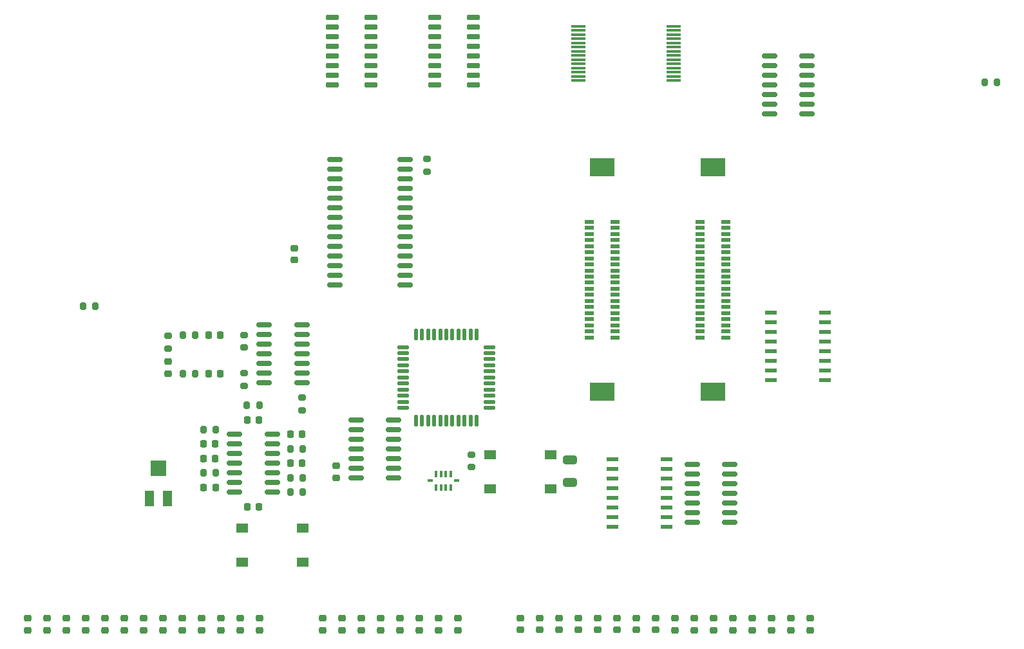
<source format=gbr>
%TF.GenerationSoftware,KiCad,Pcbnew,7.0.9*%
%TF.CreationDate,2023-11-28T19:04:43+01:00*%
%TF.ProjectId,z80,7a38302e-6b69-4636-9164-5f7063625858,1.0*%
%TF.SameCoordinates,Original*%
%TF.FileFunction,Paste,Top*%
%TF.FilePolarity,Positive*%
%FSLAX46Y46*%
G04 Gerber Fmt 4.6, Leading zero omitted, Abs format (unit mm)*
G04 Created by KiCad (PCBNEW 7.0.9) date 2023-11-28 19:04:43*
%MOMM*%
%LPD*%
G01*
G04 APERTURE LIST*
G04 Aperture macros list*
%AMRoundRect*
0 Rectangle with rounded corners*
0 $1 Rounding radius*
0 $2 $3 $4 $5 $6 $7 $8 $9 X,Y pos of 4 corners*
0 Add a 4 corners polygon primitive as box body*
4,1,4,$2,$3,$4,$5,$6,$7,$8,$9,$2,$3,0*
0 Add four circle primitives for the rounded corners*
1,1,$1+$1,$2,$3*
1,1,$1+$1,$4,$5*
1,1,$1+$1,$6,$7*
1,1,$1+$1,$8,$9*
0 Add four rect primitives between the rounded corners*
20,1,$1+$1,$2,$3,$4,$5,0*
20,1,$1+$1,$4,$5,$6,$7,0*
20,1,$1+$1,$6,$7,$8,$9,0*
20,1,$1+$1,$8,$9,$2,$3,0*%
G04 Aperture macros list end*
%ADD10RoundRect,0.200000X-0.200000X-0.275000X0.200000X-0.275000X0.200000X0.275000X-0.200000X0.275000X0*%
%ADD11R,1.550000X1.300000*%
%ADD12RoundRect,0.225000X0.225000X0.250000X-0.225000X0.250000X-0.225000X-0.250000X0.225000X-0.250000X0*%
%ADD13RoundRect,0.218750X0.256250X-0.218750X0.256250X0.218750X-0.256250X0.218750X-0.256250X-0.218750X0*%
%ADD14RoundRect,0.218750X-0.218750X-0.256250X0.218750X-0.256250X0.218750X0.256250X-0.218750X0.256250X0*%
%ADD15RoundRect,0.200000X0.275000X-0.200000X0.275000X0.200000X-0.275000X0.200000X-0.275000X-0.200000X0*%
%ADD16RoundRect,0.137500X-0.600000X-0.137500X0.600000X-0.137500X0.600000X0.137500X-0.600000X0.137500X0*%
%ADD17RoundRect,0.137500X-0.137500X-0.600000X0.137500X-0.600000X0.137500X0.600000X-0.137500X0.600000X0*%
%ADD18R,1.500000X0.600000*%
%ADD19RoundRect,0.200000X-0.275000X0.200000X-0.275000X-0.200000X0.275000X-0.200000X0.275000X0.200000X0*%
%ADD20RoundRect,0.150000X-0.825000X-0.150000X0.825000X-0.150000X0.825000X0.150000X-0.825000X0.150000X0*%
%ADD21R,1.200000X0.500000*%
%ADD22R,3.200000X2.450000*%
%ADD23RoundRect,0.200000X0.200000X0.275000X-0.200000X0.275000X-0.200000X-0.275000X0.200000X-0.275000X0*%
%ADD24R,1.870000X0.380000*%
%ADD25RoundRect,0.150000X-0.875000X-0.150000X0.875000X-0.150000X0.875000X0.150000X-0.875000X0.150000X0*%
%ADD26RoundRect,0.225000X-0.225000X-0.250000X0.225000X-0.250000X0.225000X0.250000X-0.225000X0.250000X0*%
%ADD27RoundRect,0.250000X0.650000X-0.325000X0.650000X0.325000X-0.650000X0.325000X-0.650000X-0.325000X0*%
%ADD28RoundRect,0.218750X0.218750X0.256250X-0.218750X0.256250X-0.218750X-0.256250X0.218750X-0.256250X0*%
%ADD29R,1.300000X2.000000*%
%ADD30R,2.000000X2.000000*%
%ADD31R,0.735600X0.458800*%
%ADD32R,0.306400X0.888000*%
%ADD33RoundRect,0.218750X-0.256250X0.218750X-0.256250X-0.218750X0.256250X-0.218750X0.256250X0.218750X0*%
%ADD34RoundRect,0.225000X-0.250000X0.225000X-0.250000X-0.225000X0.250000X-0.225000X0.250000X0.225000X0*%
%ADD35RoundRect,0.150000X-0.725000X-0.150000X0.725000X-0.150000X0.725000X0.150000X-0.725000X0.150000X0*%
G04 APERTURE END LIST*
D10*
%TO.C,R6*%
X112065000Y-92710000D03*
X113715000Y-92710000D03*
%TD*%
D11*
%TO.C,SW1*%
X125133000Y-110200000D03*
X117183000Y-110200000D03*
X125133000Y-105700000D03*
X117183000Y-105700000D03*
%TD*%
D12*
%TO.C,C7*%
X125095000Y-93345000D03*
X123545000Y-93345000D03*
%TD*%
D13*
%TO.C,D46*%
X184277000Y-119126000D03*
X184277000Y-117551000D03*
%TD*%
D14*
%TO.C,D2*%
X112750500Y-80264000D03*
X114325500Y-80264000D03*
%TD*%
D13*
%TO.C,D17*%
X137922000Y-119126000D03*
X137922000Y-117551000D03*
%TD*%
%TO.C,D33*%
X119507000Y-119126000D03*
X119507000Y-117551000D03*
%TD*%
%TO.C,D15*%
X132842000Y-119126000D03*
X132842000Y-117551000D03*
%TD*%
%TO.C,D36*%
X158877000Y-119088500D03*
X158877000Y-117513500D03*
%TD*%
D10*
%TO.C,R11*%
X112065000Y-98425000D03*
X113715000Y-98425000D03*
%TD*%
D13*
%TO.C,D27*%
X104267000Y-119126000D03*
X104267000Y-117551000D03*
%TD*%
%TO.C,D14*%
X130302000Y-119126000D03*
X130302000Y-117551000D03*
%TD*%
D15*
%TO.C,R13*%
X125095000Y-90170000D03*
X125095000Y-88520000D03*
%TD*%
D16*
%TO.C,CPU1*%
X138355500Y-81852000D03*
X138355500Y-82652000D03*
X138355500Y-83452000D03*
X138355500Y-84252000D03*
X138355500Y-85052000D03*
X138355500Y-85852000D03*
X138355500Y-86652000D03*
X138355500Y-87452000D03*
X138355500Y-88252000D03*
X138355500Y-89052000D03*
X138355500Y-89852000D03*
D17*
X140018000Y-91514500D03*
X140818000Y-91514500D03*
X141618000Y-91514500D03*
X142418000Y-91514500D03*
X143218000Y-91514500D03*
X144018000Y-91514500D03*
X144818000Y-91514500D03*
X145618000Y-91514500D03*
X146418000Y-91514500D03*
X147218000Y-91514500D03*
X148018000Y-91514500D03*
D16*
X149680500Y-89852000D03*
X149680500Y-89052000D03*
X149680500Y-88252000D03*
X149680500Y-87452000D03*
X149680500Y-86652000D03*
X149680500Y-85852000D03*
X149680500Y-85052000D03*
X149680500Y-84252000D03*
X149680500Y-83452000D03*
X149680500Y-82652000D03*
X149680500Y-81852000D03*
D17*
X148018000Y-80189500D03*
X147218000Y-80189500D03*
X146418000Y-80189500D03*
X145618000Y-80189500D03*
X144818000Y-80189500D03*
X144018000Y-80189500D03*
X143218000Y-80189500D03*
X142418000Y-80189500D03*
X141618000Y-80189500D03*
X140818000Y-80189500D03*
X140018000Y-80189500D03*
%TD*%
D13*
%TO.C,D28*%
X106807000Y-119126000D03*
X106807000Y-117551000D03*
%TD*%
%TO.C,D13*%
X127762000Y-119126000D03*
X127762000Y-117551000D03*
%TD*%
%TO.C,D30*%
X111887000Y-119126000D03*
X111887000Y-117551000D03*
%TD*%
D18*
%TO.C,U5*%
X186696000Y-77343000D03*
X186696000Y-78613000D03*
X186696000Y-79883000D03*
X186696000Y-81153000D03*
X186696000Y-82423000D03*
X186696000Y-83693000D03*
X186696000Y-84963000D03*
X186696000Y-86233000D03*
X193796000Y-86233000D03*
X193796000Y-84963000D03*
X193796000Y-83693000D03*
X193796000Y-82423000D03*
X193796000Y-81153000D03*
X193796000Y-79883000D03*
X193796000Y-78613000D03*
X193796000Y-77343000D03*
%TD*%
D13*
%TO.C,D25*%
X99187000Y-119126000D03*
X99187000Y-117551000D03*
%TD*%
%TO.C,D47*%
X186817000Y-119126000D03*
X186817000Y-117551000D03*
%TD*%
D15*
%TO.C,R14*%
X107442000Y-82054000D03*
X107442000Y-80404000D03*
%TD*%
D11*
%TO.C,SW3*%
X157734000Y-100512000D03*
X149784000Y-100512000D03*
X157734000Y-96012000D03*
X149784000Y-96012000D03*
%TD*%
D13*
%TO.C,D37*%
X161417000Y-119088500D03*
X161417000Y-117513500D03*
%TD*%
%TO.C,D39*%
X166497000Y-119088500D03*
X166497000Y-117513500D03*
%TD*%
%TO.C,D16*%
X135382000Y-119126000D03*
X135382000Y-117551000D03*
%TD*%
D19*
%TO.C,R15*%
X147320000Y-96012000D03*
X147320000Y-97662000D03*
%TD*%
D12*
%TO.C,C5*%
X113665000Y-96520000D03*
X112115000Y-96520000D03*
%TD*%
D20*
%TO.C,U6*%
X186501000Y-43561000D03*
X186501000Y-44831000D03*
X186501000Y-46101000D03*
X186501000Y-47371000D03*
X186501000Y-48641000D03*
X186501000Y-49911000D03*
X186501000Y-51181000D03*
X191451000Y-51181000D03*
X191451000Y-49911000D03*
X191451000Y-48641000D03*
X191451000Y-47371000D03*
X191451000Y-46101000D03*
X191451000Y-44831000D03*
X191451000Y-43561000D03*
%TD*%
D21*
%TO.C,J3*%
X177346000Y-65380000D03*
X177346000Y-66180000D03*
X177346000Y-66980000D03*
X177346000Y-67780000D03*
X177346000Y-68580000D03*
X177346000Y-69380000D03*
X177346000Y-70180000D03*
X177346000Y-70980000D03*
X177346000Y-71780000D03*
X177346000Y-72580000D03*
X177346000Y-73380000D03*
X177346000Y-74180000D03*
X177346000Y-74980000D03*
X177346000Y-75780000D03*
X177346000Y-76580000D03*
X177346000Y-77380000D03*
X177346000Y-78180000D03*
X177346000Y-78980000D03*
X177346000Y-79780000D03*
X177346000Y-80580000D03*
X180746000Y-65380000D03*
X180746000Y-66180000D03*
X180746000Y-66980000D03*
X180746000Y-67780000D03*
X180746000Y-68580000D03*
X180746000Y-69380000D03*
X180746000Y-70180000D03*
X180746000Y-70980000D03*
X180746000Y-71780000D03*
X180746000Y-72580000D03*
X180746000Y-73380000D03*
X180746000Y-74180000D03*
X180746000Y-74980000D03*
X180746000Y-75780000D03*
X180746000Y-76580000D03*
X180746000Y-77380000D03*
X180746000Y-78180000D03*
X180746000Y-78980000D03*
X180746000Y-79780000D03*
X180746000Y-80580000D03*
D22*
X179046000Y-58205000D03*
X179046000Y-87755000D03*
%TD*%
D19*
%TO.C,R16*%
X141478000Y-57087000D03*
X141478000Y-58737000D03*
%TD*%
D23*
%TO.C,R10*%
X111035500Y-85344000D03*
X109385500Y-85344000D03*
%TD*%
D24*
%TO.C,RAM1*%
X161370000Y-39605000D03*
X161370000Y-40155000D03*
X161370000Y-40705000D03*
X161370000Y-41255000D03*
X161370000Y-41805000D03*
X161370000Y-42355000D03*
X161370000Y-42905000D03*
X161370000Y-43455000D03*
X161370000Y-44005000D03*
X161370000Y-44555000D03*
X161370000Y-45105000D03*
X161370000Y-45655000D03*
X161370000Y-46205000D03*
X161370000Y-46755000D03*
X173910000Y-46755000D03*
X173910000Y-46205000D03*
X173910000Y-45655000D03*
X173910000Y-45105000D03*
X173910000Y-44555000D03*
X173910000Y-44005000D03*
X173910000Y-43455000D03*
X173910000Y-42905000D03*
X173910000Y-42355000D03*
X173910000Y-41805000D03*
X173910000Y-41255000D03*
X173910000Y-40705000D03*
X173910000Y-40155000D03*
X173910000Y-39605000D03*
%TD*%
D13*
%TO.C,D40*%
X169037000Y-119088500D03*
X169037000Y-117513500D03*
%TD*%
D10*
%TO.C,R12*%
X123495000Y-99060000D03*
X125145000Y-99060000D03*
%TD*%
D13*
%TO.C,D49*%
X191897000Y-119126000D03*
X191897000Y-117551000D03*
%TD*%
D25*
%TO.C,ROM1*%
X129335000Y-57150000D03*
X129335000Y-58420000D03*
X129335000Y-59690000D03*
X129335000Y-60960000D03*
X129335000Y-62230000D03*
X129335000Y-63500000D03*
X129335000Y-64770000D03*
X129335000Y-66040000D03*
X129335000Y-67310000D03*
X129335000Y-68580000D03*
X129335000Y-69850000D03*
X129335000Y-71120000D03*
X129335000Y-72390000D03*
X129335000Y-73660000D03*
X138635000Y-73660000D03*
X138635000Y-72390000D03*
X138635000Y-71120000D03*
X138635000Y-69850000D03*
X138635000Y-68580000D03*
X138635000Y-67310000D03*
X138635000Y-66040000D03*
X138635000Y-64770000D03*
X138635000Y-63500000D03*
X138635000Y-62230000D03*
X138635000Y-60960000D03*
X138635000Y-59690000D03*
X138635000Y-58420000D03*
X138635000Y-57150000D03*
%TD*%
D13*
%TO.C,D20*%
X145542000Y-119126000D03*
X145542000Y-117551000D03*
%TD*%
D26*
%TO.C,C4*%
X117830000Y-102870000D03*
X119380000Y-102870000D03*
%TD*%
D23*
%TO.C,R5*%
X119430000Y-89535000D03*
X117780000Y-89535000D03*
%TD*%
D15*
%TO.C,R7*%
X117475000Y-86930000D03*
X117475000Y-85280000D03*
%TD*%
D27*
%TO.C,C8*%
X160274000Y-99646000D03*
X160274000Y-96696000D03*
%TD*%
D28*
%TO.C,D5*%
X113677500Y-100330000D03*
X112102500Y-100330000D03*
%TD*%
D20*
%TO.C,U8*%
X176341000Y-97282000D03*
X176341000Y-98552000D03*
X176341000Y-99822000D03*
X176341000Y-101092000D03*
X176341000Y-102362000D03*
X176341000Y-103632000D03*
X176341000Y-104902000D03*
X181291000Y-104902000D03*
X181291000Y-103632000D03*
X181291000Y-102362000D03*
X181291000Y-101092000D03*
X181291000Y-99822000D03*
X181291000Y-98552000D03*
X181291000Y-97282000D03*
%TD*%
D29*
%TO.C,RV1*%
X107322000Y-101822000D03*
D30*
X106172000Y-97822000D03*
D29*
X105022000Y-101822000D03*
%TD*%
D21*
%TO.C,J2*%
X162814000Y-65380000D03*
X162814000Y-66180000D03*
X162814000Y-66980000D03*
X162814000Y-67780000D03*
X162814000Y-68580000D03*
X162814000Y-69380000D03*
X162814000Y-70180000D03*
X162814000Y-70980000D03*
X162814000Y-71780000D03*
X162814000Y-72580000D03*
X162814000Y-73380000D03*
X162814000Y-74180000D03*
X162814000Y-74980000D03*
X162814000Y-75780000D03*
X162814000Y-76580000D03*
X162814000Y-77380000D03*
X162814000Y-78180000D03*
X162814000Y-78980000D03*
X162814000Y-79780000D03*
X162814000Y-80580000D03*
X166214000Y-65380000D03*
X166214000Y-66180000D03*
X166214000Y-66980000D03*
X166214000Y-67780000D03*
X166214000Y-68580000D03*
X166214000Y-69380000D03*
X166214000Y-70180000D03*
X166214000Y-70980000D03*
X166214000Y-71780000D03*
X166214000Y-72580000D03*
X166214000Y-73380000D03*
X166214000Y-74180000D03*
X166214000Y-74980000D03*
X166214000Y-75780000D03*
X166214000Y-76580000D03*
X166214000Y-77380000D03*
X166214000Y-78180000D03*
X166214000Y-78980000D03*
X166214000Y-79780000D03*
X166214000Y-80580000D03*
D22*
X164514000Y-58205000D03*
X164514000Y-87755000D03*
%TD*%
D23*
%TO.C,R3*%
X111035500Y-80314000D03*
X109385500Y-80314000D03*
%TD*%
D13*
%TO.C,D42*%
X174117000Y-119126000D03*
X174117000Y-117551000D03*
%TD*%
D23*
%TO.C,R1*%
X125145000Y-100965000D03*
X123495000Y-100965000D03*
%TD*%
D20*
%TO.C,CLK1*%
X116195000Y-93345000D03*
X116195000Y-94615000D03*
X116195000Y-95885000D03*
X116195000Y-97155000D03*
X116195000Y-98425000D03*
X116195000Y-99695000D03*
X116195000Y-100965000D03*
X121145000Y-100965000D03*
X121145000Y-99695000D03*
X121145000Y-98425000D03*
X121145000Y-97155000D03*
X121145000Y-95885000D03*
X121145000Y-94615000D03*
X121145000Y-93345000D03*
%TD*%
D13*
%TO.C,D24*%
X96647000Y-119126000D03*
X96647000Y-117551000D03*
%TD*%
D18*
%TO.C,U4*%
X165868000Y-96647000D03*
X165868000Y-97917000D03*
X165868000Y-99187000D03*
X165868000Y-100457000D03*
X165868000Y-101727000D03*
X165868000Y-102997000D03*
X165868000Y-104267000D03*
X165868000Y-105537000D03*
X172968000Y-105537000D03*
X172968000Y-104267000D03*
X172968000Y-102997000D03*
X172968000Y-101727000D03*
X172968000Y-100457000D03*
X172968000Y-99187000D03*
X172968000Y-97917000D03*
X172968000Y-96647000D03*
%TD*%
D31*
%TO.C,RN1*%
X145395599Y-99441000D03*
X141878401Y-99441000D03*
D32*
X144589500Y-98558701D03*
X143954500Y-98558701D03*
X143319500Y-98558701D03*
X142684500Y-98558701D03*
X142684500Y-100323299D03*
X143319500Y-100323299D03*
X143954500Y-100323299D03*
X144589500Y-100323299D03*
%TD*%
D13*
%TO.C,D26*%
X101727000Y-119126000D03*
X101727000Y-117551000D03*
%TD*%
%TO.C,D31*%
X114427000Y-119126000D03*
X114427000Y-117551000D03*
%TD*%
%TO.C,D41*%
X171577000Y-119088500D03*
X171577000Y-117513500D03*
%TD*%
%TO.C,D19*%
X143002000Y-119126000D03*
X143002000Y-117551000D03*
%TD*%
%TO.C,D29*%
X109347000Y-119126000D03*
X109347000Y-117551000D03*
%TD*%
%TO.C,D45*%
X181737000Y-119126000D03*
X181737000Y-117551000D03*
%TD*%
%TO.C,D44*%
X179197000Y-119126000D03*
X179197000Y-117551000D03*
%TD*%
D33*
%TO.C,D6*%
X129540000Y-97498000D03*
X129540000Y-99073000D03*
%TD*%
D34*
%TO.C,C2*%
X124079000Y-68821000D03*
X124079000Y-70371000D03*
%TD*%
D10*
%TO.C,R8*%
X96266000Y-76454000D03*
X97916000Y-76454000D03*
%TD*%
D23*
%TO.C,R9*%
X125145000Y-95250000D03*
X123495000Y-95250000D03*
%TD*%
D13*
%TO.C,D35*%
X156337000Y-119088500D03*
X156337000Y-117513500D03*
%TD*%
D10*
%TO.C,R18*%
X214758000Y-46990000D03*
X216408000Y-46990000D03*
%TD*%
D33*
%TO.C,D8*%
X107442000Y-83769000D03*
X107442000Y-85344000D03*
%TD*%
D26*
%TO.C,C3*%
X117830000Y-91440000D03*
X119380000Y-91440000D03*
%TD*%
D35*
%TO.C,U3*%
X142459000Y-38481000D03*
X142459000Y-39751000D03*
X142459000Y-41021000D03*
X142459000Y-42291000D03*
X142459000Y-43561000D03*
X142459000Y-44831000D03*
X142459000Y-46101000D03*
X142459000Y-47371000D03*
X147609000Y-47371000D03*
X147609000Y-46101000D03*
X147609000Y-44831000D03*
X147609000Y-43561000D03*
X147609000Y-42291000D03*
X147609000Y-41021000D03*
X147609000Y-39751000D03*
X147609000Y-38481000D03*
%TD*%
D12*
%TO.C,C1*%
X113665000Y-94615000D03*
X112115000Y-94615000D03*
%TD*%
D13*
%TO.C,D48*%
X189357000Y-119126000D03*
X189357000Y-117551000D03*
%TD*%
D14*
%TO.C,D4*%
X112750500Y-85344000D03*
X114325500Y-85344000D03*
%TD*%
D13*
%TO.C,D38*%
X163957000Y-119088500D03*
X163957000Y-117513500D03*
%TD*%
D20*
%TO.C,U9*%
X132145000Y-91440000D03*
X132145000Y-92710000D03*
X132145000Y-93980000D03*
X132145000Y-95250000D03*
X132145000Y-96520000D03*
X132145000Y-97790000D03*
X132145000Y-99060000D03*
X137095000Y-99060000D03*
X137095000Y-97790000D03*
X137095000Y-96520000D03*
X137095000Y-95250000D03*
X137095000Y-93980000D03*
X137095000Y-92710000D03*
X137095000Y-91440000D03*
%TD*%
D13*
%TO.C,D22*%
X91567000Y-119126000D03*
X91567000Y-117551000D03*
%TD*%
D26*
%TO.C,C6*%
X123545000Y-97155000D03*
X125095000Y-97155000D03*
%TD*%
D35*
%TO.C,U2*%
X128997000Y-38481000D03*
X128997000Y-39751000D03*
X128997000Y-41021000D03*
X128997000Y-42291000D03*
X128997000Y-43561000D03*
X128997000Y-44831000D03*
X128997000Y-46101000D03*
X128997000Y-47371000D03*
X134147000Y-47371000D03*
X134147000Y-46101000D03*
X134147000Y-44831000D03*
X134147000Y-43561000D03*
X134147000Y-42291000D03*
X134147000Y-41021000D03*
X134147000Y-39751000D03*
X134147000Y-38481000D03*
%TD*%
D13*
%TO.C,D43*%
X176657000Y-119126000D03*
X176657000Y-117551000D03*
%TD*%
%TO.C,D23*%
X94107000Y-119126000D03*
X94107000Y-117551000D03*
%TD*%
D20*
%TO.C,U1*%
X120080000Y-78930000D03*
X120080000Y-80200000D03*
X120080000Y-81470000D03*
X120080000Y-82740000D03*
X120080000Y-84010000D03*
X120080000Y-85280000D03*
X120080000Y-86550000D03*
X125030000Y-86550000D03*
X125030000Y-85280000D03*
X125030000Y-84010000D03*
X125030000Y-82740000D03*
X125030000Y-81470000D03*
X125030000Y-80200000D03*
X125030000Y-78930000D03*
%TD*%
D13*
%TO.C,D34*%
X153797000Y-119088500D03*
X153797000Y-117513500D03*
%TD*%
%TO.C,D18*%
X140462000Y-119126000D03*
X140462000Y-117551000D03*
%TD*%
%TO.C,D21*%
X89027000Y-119126000D03*
X89027000Y-117551000D03*
%TD*%
%TO.C,D32*%
X116967000Y-119126000D03*
X116967000Y-117551000D03*
%TD*%
D15*
%TO.C,R2*%
X117475000Y-81915000D03*
X117475000Y-80265000D03*
%TD*%
M02*

</source>
